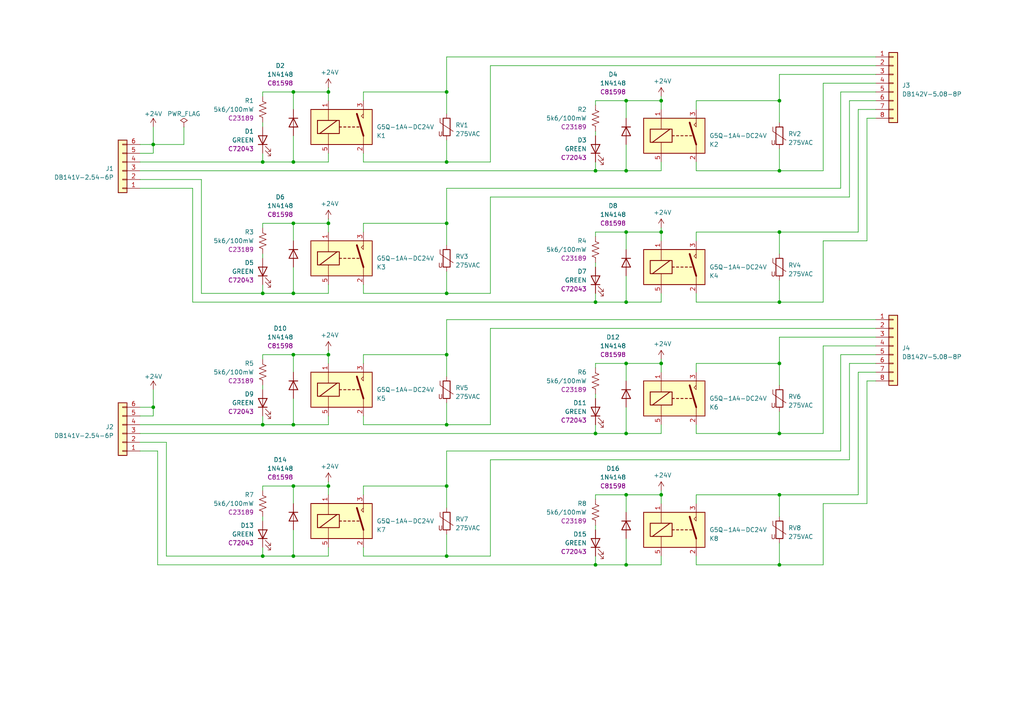
<source format=kicad_sch>
(kicad_sch (version 20231120) (generator "eeschema") (generator_version "8.0")
  (paper "A4")
  (title_block (title "8x 24V 8A Relay Module") (date "2023-05-20") (rev "V1"))
  (lib_symbols
    (symbol "Connector_Generic:Conn_01x06" (pin_names (offset 1.016) hide)
      (property "Reference" "J" (at 0 7.62 0))
      (property "Value" "Conn_01x06" (at 0 -10.16 0))
      (symbol "Conn_01x06_1_1"
        (rectangle (start -1.27 -7.493) (end 0 -7.747) (stroke (width 0.1524)))
        (rectangle (start -1.27 -4.953) (end 0 -5.207) (stroke (width 0.1524)))
        (rectangle (start -1.27 -2.413) (end 0 -2.667) (stroke (width 0.1524)))
        (rectangle (start -1.27 0.127) (end 0 -0.127) (stroke (width 0.1524)))
        (rectangle (start -1.27 2.667) (end 0 2.413) (stroke (width 0.1524)))
        (rectangle (start -1.27 5.207) (end 0 4.953) (stroke (width 0.1524)))
        (rectangle (start -1.27 6.35) (end 1.27 -8.89) (stroke (width 0.254)) (fill (type background)))
        (pin passive line (at -5.08 5.08 0) (length 3.81) (name "Pin_1") (number "1"))
        (pin passive line (at -5.08 2.54 0) (length 3.81) (name "Pin_2") (number "2"))
        (pin passive line (at -5.08 0 0) (length 3.81) (name "Pin_3") (number "3"))
        (pin passive line (at -5.08 -2.54 0) (length 3.81) (name "Pin_4") (number "4"))
        (pin passive line (at -5.08 -5.08 0) (length 3.81) (name "Pin_5") (number "5"))
        (pin passive line (at -5.08 -7.62 0) (length 3.81) (name "Pin_6") (number "6"))
      )
    )
    (symbol "Connector_Generic:Conn_01x08" (pin_names (offset 1.016) hide)
      (property "Reference" "J" (at 0 10.16 0))
      (property "Value" "Conn_01x08" (at 0 -12.7 0))
      (symbol "Conn_01x08_1_1"
        (rectangle (start -1.27 -10.033) (end 0 -10.287) (stroke (width 0.1524)))
        (rectangle (start -1.27 -7.493) (end 0 -7.747) (stroke (width 0.1524)))
        (rectangle (start -1.27 -4.953) (end 0 -5.207) (stroke (width 0.1524)))
        (rectangle (start -1.27 -2.413) (end 0 -2.667) (stroke (width 0.1524)))
        (rectangle (start -1.27 0.127) (end 0 -0.127) (stroke (width 0.1524)))
        (rectangle (start -1.27 2.667) (end 0 2.413) (stroke (width 0.1524)))
        (rectangle (start -1.27 5.207) (end 0 4.953) (stroke (width 0.1524)))
        (rectangle (start -1.27 7.747) (end 0 7.493) (stroke (width 0.1524)))
        (rectangle (start -1.27 8.89) (end 1.27 -11.43) (stroke (width 0.254)) (fill (type background)))
        (pin passive line (at -5.08 7.62 0) (length 3.81) (name "Pin_1") (number "1"))
        (pin passive line (at -5.08 5.08 0) (length 3.81) (name "Pin_2") (number "2"))
        (pin passive line (at -5.08 2.54 0) (length 3.81) (name "Pin_3") (number "3"))
        (pin passive line (at -5.08 0 0) (length 3.81) (name "Pin_4") (number "4"))
        (pin passive line (at -5.08 -2.54 0) (length 3.81) (name "Pin_5") (number "5"))
        (pin passive line (at -5.08 -5.08 0) (length 3.81) (name "Pin_6") (number "6"))
        (pin passive line (at -5.08 -7.62 0) (length 3.81) (name "Pin_7") (number "7"))
        (pin passive line (at -5.08 -10.16 0) (length 3.81) (name "Pin_8") (number "8"))
      )
    )
    (symbol "Device:D" (pin_numbers hide) (pin_names (offset 1.016) hide)
      (property "Reference" "D" (at 0 2.54 0))
      (property "Value" "D" (at 0 -2.54 0))
      (symbol "D_0_1"
        (polyline (pts (xy -1.27 1.27) (xy -1.27 -1.27)) (stroke (width 0.254)))
        (polyline (pts (xy 1.27 0) (xy -1.27 0)))
        (polyline (pts (xy 1.27 1.27) (xy 1.27 -1.27) (xy -1.27 0) (xy 1.27 1.27)) (stroke (width 0.254)))
      )
      (symbol "D_1_1"
        (pin passive line (at -3.81 0 0) (length 2.54) (name "K") (number "1"))
        (pin passive line (at 3.81 0 180) (length 2.54) (name "A") (number "2"))
      )
    )
    (symbol "Device:LED" (pin_numbers hide) (pin_names (offset 1.016) hide)
      (property "Reference" "D" (at 0 2.54 0))
      (property "Value" "LED" (at 0 -2.54 0))
      (symbol "LED_0_1"
        (polyline (pts (xy -1.27 -1.27) (xy -1.27 1.27)) (stroke (width 0.254)))
        (polyline (pts (xy -1.27 0) (xy 1.27 0)))
        (polyline (pts (xy 1.27 -1.27) (xy 1.27 1.27) (xy -1.27 0) (xy 1.27 -1.27)) (stroke (width 0.254)))
        (polyline (pts (xy -3.048 -0.762) (xy -4.572 -2.286) (xy -3.81 -2.286) (xy -4.572 -2.286) (xy -4.572 -1.524)))
        (polyline (pts (xy -1.778 -0.762) (xy -3.302 -2.286) (xy -2.54 -2.286) (xy -3.302 -2.286) (xy -3.302 -1.524)))
      )
      (symbol "LED_1_1"
        (pin passive line (at -3.81 0 0) (length 2.54) (name "K") (number "1"))
        (pin passive line (at 3.81 0 180) (length 2.54) (name "A") (number "2"))
      )
    )
    (symbol "Device:R_US" (pin_numbers hide) (pin_names (offset 0))
      (property "Reference" "R" (at 2.54 0 90))
      (property "Value" "R_US" (at -2.54 0 90))
      (symbol "R_US_0_1"
        (polyline (pts (xy 0 -2.286) (xy 0 -2.54)))
        (polyline (pts (xy 0 2.286) (xy 0 2.54)))
        (polyline (pts (xy 0 -0.762) (xy 1.016 -1.143) (xy 0 -1.524) (xy -1.016 -1.905) (xy 0 -2.286)))
        (polyline (pts (xy 0 0.762) (xy 1.016 0.381) (xy 0 0) (xy -1.016 -0.381) (xy 0 -0.762)))
        (polyline (pts (xy 0 2.286) (xy 1.016 1.905) (xy 0 1.524) (xy -1.016 1.143) (xy 0 0.762)))
      )
      (symbol "R_US_1_1"
        (pin passive line (at 0 3.81 270) (length 1.27) (name "~") (number "1"))
        (pin passive line (at 0 -3.81 90) (length 1.27) (name "~") (number "2"))
      )
    )
    (symbol "Device:Varistor" (pin_numbers hide) (pin_names (offset 0))
      (property "Reference" "RV" (at 3.175 0 90))
      (property "Value" "Varistor" (at -3.175 0 90))
      (symbol "Varistor_0_0"
        (text "U" (at -1.778 -2.032 0) (effects (font (size 1.27 1.27))))
      )
      (symbol "Varistor_0_1"
        (rectangle (start -1.016 -2.54) (end 1.016 2.54) (stroke (width 0.254)))
        (polyline (pts (xy -1.905 2.54) (xy -1.905 1.27) (xy 1.905 -1.27)))
      )
      (symbol "Varistor_1_1"
        (pin passive line (at 0 3.81 270) (length 1.27) (name "~") (number "1"))
        (pin passive line (at 0 -3.81 90) (length 1.27) (name "~") (number "2"))
      )
    )
    (symbol "Tales:G5Q-1A"
      (property "Reference" "K" (at 8.89 3.81 0))
      (property "Value" "G5Q-1A" (at 8.89 1.27 0))
      (symbol "G5Q-1A_0_0"
        (polyline (pts (xy 5.08 5.08) (xy 5.08 2.54) (xy 4.445 3.175) (xy 5.08 3.81)))
      )
      (symbol "G5Q-1A_0_1"
        (rectangle (start -10.16 5.08) (end 7.62 -5.08) (stroke (width 0.254)) (fill (type background)))
        (rectangle (start -8.255 1.905) (end -1.905 -1.905) (stroke (width 0.254)))
        (polyline (pts (xy -7.62 -1.905) (xy -2.54 1.905)) (stroke (width 0.254)))
        (polyline (pts (xy -5.08 -5.08) (xy -5.08 -1.905)))
        (polyline (pts (xy -5.08 5.08) (xy -5.08 1.905)))
        (polyline (pts (xy -1.905 0) (xy -1.27 0)) (stroke (width 0.254)))
        (polyline (pts (xy -0.635 0) (xy 0 0)) (stroke (width 0.254)))
        (polyline (pts (xy 0.635 0) (xy 1.27 0)) (stroke (width 0.254)))
        (polyline (pts (xy 1.905 0) (xy 2.54 0)) (stroke (width 0.254)))
        (polyline (pts (xy 3.175 0) (xy 3.81 0)) (stroke (width 0.254)))
        (polyline (pts (xy 5.08 -2.54) (xy 3.175 3.81)) (stroke (width 0.508)))
        (polyline (pts (xy 5.08 -2.54) (xy 5.08 -5.08)))
      )
      (symbol "G5Q-1A_1_1"
        (pin passive line (at -5.08 7.62 270) (length 2.54) (name "~") (number "1"))
        (pin passive line (at 5.08 -7.62 90) (length 2.54) (name "~") (number "2"))
        (pin passive line (at 5.08 7.62 270) (length 2.54) (name "~") (number "3"))
        (pin passive line (at -5.08 -7.62 90) (length 2.54) (name "~") (number "5"))
      )
    )
    (symbol "power:+24V" (power) (pin_numbers hide) (pin_names (offset 0) hide)
      (property "Value" "+24V" (at 0 3.556 0))
      (symbol "+24V_0_1"
        (polyline (pts (xy -0.762 1.27) (xy 0 2.54)))
        (polyline (pts (xy 0 0) (xy 0 2.54)))
        (polyline (pts (xy 0 2.54) (xy 0.762 1.27)))
      )
      (symbol "+24V_1_1"
        (pin power_in line (at 0 0 90) (length 0) (name "~") (number "1"))
      )
    )
    (symbol "power:PWR_FLAG" (power) (pin_numbers hide) (pin_names (offset 0) hide)
      (property "Value" "PWR_FLAG" (at 0 3.81 0))
      (symbol "PWR_FLAG_0_0"
        (pin power_out line (at 0 0 90) (length 0) (name "~") (number "1"))
      )
      (symbol "PWR_FLAG_0_1"
        (polyline (pts (xy 0 0) (xy 0 1.27) (xy -1.016 1.905) (xy 0 2.54) (xy 1.016 1.905) (xy 0 1.27)))
      )
    )
  )
  (junction (at 226.06 105.41))
  (junction (at 181.61 163.83))
  (junction (at 191.77 105.41))
  (junction (at 129.54 140.97))
  (junction (at 76.2 85.09))
  (junction (at 191.77 29.21))
  (junction (at 181.61 125.73))
  (junction (at 95.25 102.87))
  (junction (at 44.45 41.91))
  (junction (at 129.54 161.29))
  (junction (at 129.54 64.77))
  (junction (at 181.61 49.53))
  (junction (at 226.06 125.73))
  (junction (at 226.06 49.53))
  (junction (at 226.06 67.31))
  (junction (at 76.2 161.29))
  (junction (at 172.72 163.83))
  (junction (at 181.61 67.31))
  (junction (at 85.09 85.09))
  (junction (at 172.72 125.73))
  (junction (at 95.25 64.77))
  (junction (at 85.09 123.19))
  (junction (at 85.09 64.77))
  (junction (at 129.54 46.99))
  (junction (at 76.2 123.19))
  (junction (at 85.09 26.67))
  (junction (at 85.09 140.97))
  (junction (at 44.45 118.11))
  (junction (at 226.06 143.51))
  (junction (at 95.25 140.97))
  (junction (at 95.25 26.67))
  (junction (at 226.06 87.63))
  (junction (at 85.09 161.29))
  (junction (at 226.06 163.83))
  (junction (at 181.61 143.51))
  (junction (at 129.54 102.87))
  (junction (at 226.06 29.21))
  (junction (at 172.72 49.53))
  (junction (at 191.77 143.51))
  (junction (at 172.72 87.63))
  (junction (at 181.61 87.63))
  (junction (at 85.09 102.87))
  (junction (at 191.77 67.31))
  (junction (at 129.54 85.09))
  (junction (at 129.54 26.67))
  (junction (at 85.09 46.99))
  (junction (at 181.61 105.41))
  (junction (at 181.61 29.21))
  (junction (at 129.54 123.19))
  (junction (at 76.2 46.99))
  (wire (pts (xy 142.24 133.35) (xy 142.24 161.29)))
  (wire (pts (xy 238.76 125.73) (xy 226.06 125.73)))
  (wire (pts (xy 76.2 46.99) (xy 85.09 46.99)))
  (wire (pts (xy 45.72 130.81) (xy 40.64 130.81)))
  (wire (pts (xy 129.54 16.51) (xy 129.54 26.67)))
  (wire (pts (xy 76.2 140.97) (xy 76.2 142.24)))
  (wire (pts (xy 129.54 85.09) (xy 105.41 85.09)))
  (wire (pts (xy 142.24 161.29) (xy 129.54 161.29)))
  (wire (pts (xy 58.42 85.09) (xy 76.2 85.09)))
  (wire (pts (xy 95.25 63.5) (xy 95.25 64.77)))
  (wire (pts (xy 172.72 38.1) (xy 172.72 39.37)))
  (wire (pts (xy 129.54 109.22) (xy 129.54 102.87)))
  (wire (pts (xy 243.84 130.81) (xy 243.84 102.87)))
  (wire (pts (xy 95.25 82.55) (xy 95.25 85.09)))
  (wire (pts (xy 172.72 161.29) (xy 172.72 163.83)))
  (wire (pts (xy 76.2 82.55) (xy 76.2 85.09)))
  (wire (pts (xy 201.93 161.29) (xy 201.93 163.83)))
  (wire (pts (xy 142.24 19.05) (xy 142.24 46.99)))
  (wire (pts (xy 129.54 130.81) (xy 243.84 130.81)))
  (wire (pts (xy 226.06 125.73) (xy 201.93 125.73)))
  (wire (pts (xy 129.54 154.94) (xy 129.54 161.29)))
  (wire (pts (xy 191.77 142.24) (xy 191.77 143.51)))
  (wire (pts (xy 181.61 163.83) (xy 191.77 163.83)))
  (wire (pts (xy 181.61 80.01) (xy 181.61 87.63)))
  (wire (pts (xy 181.61 49.53) (xy 191.77 49.53)))
  (wire (pts (xy 201.93 67.31) (xy 201.93 69.85)))
  (wire (pts (xy 238.76 146.05) (xy 251.46 146.05)))
  (wire (pts (xy 181.61 118.11) (xy 181.61 125.73)))
  (wire (pts (xy 40.64 118.11) (xy 44.45 118.11)))
  (wire (pts (xy 243.84 54.61) (xy 243.84 26.67)))
  (wire (pts (xy 85.09 31.75) (xy 85.09 26.67)))
  (wire (pts (xy 226.06 163.83) (xy 201.93 163.83)))
  (wire (pts (xy 191.77 46.99) (xy 191.77 49.53)))
  (wire (pts (xy 44.45 41.91) (xy 44.45 36.83)))
  (wire (pts (xy 40.64 46.99) (xy 76.2 46.99)))
  (wire (pts (xy 172.72 67.31) (xy 172.72 68.58)))
  (wire (pts (xy 201.93 29.21) (xy 201.93 31.75)))
  (wire (pts (xy 172.72 123.19) (xy 172.72 125.73)))
  (wire (pts (xy 85.09 161.29) (xy 95.25 161.29)))
  (wire (pts (xy 226.06 111.76) (xy 226.06 105.41)))
  (wire (pts (xy 129.54 46.99) (xy 105.41 46.99)))
  (wire (pts (xy 142.24 85.09) (xy 129.54 85.09)))
  (wire (pts (xy 142.24 57.15) (xy 246.38 57.15)))
  (wire (pts (xy 191.77 27.94) (xy 191.77 29.21)))
  (wire (pts (xy 85.09 26.67) (xy 95.25 26.67)))
  (wire (pts (xy 181.61 148.59) (xy 181.61 143.51)))
  (wire (pts (xy 40.64 120.65) (xy 44.45 120.65)))
  (wire (pts (xy 248.92 67.31) (xy 248.92 31.75)))
  (wire (pts (xy 95.25 140.97) (xy 95.25 143.51)))
  (wire (pts (xy 85.09 140.97) (xy 95.25 140.97)))
  (wire (pts (xy 58.42 85.09) (xy 58.42 52.07)))
  (wire (pts (xy 76.2 64.77) (xy 76.2 66.04)))
  (wire (pts (xy 85.09 146.05) (xy 85.09 140.97)))
  (wire (pts (xy 105.41 140.97) (xy 105.41 143.51)))
  (wire (pts (xy 226.06 73.66) (xy 226.06 67.31)))
  (wire (pts (xy 201.93 143.51) (xy 201.93 146.05)))
  (wire (pts (xy 191.77 123.19) (xy 191.77 125.73)))
  (wire (pts (xy 76.2 64.77) (xy 85.09 64.77)))
  (wire (pts (xy 172.72 125.73) (xy 181.61 125.73)))
  (wire (pts (xy 191.77 67.31) (xy 191.77 69.85)))
  (wire (pts (xy 201.93 105.41) (xy 201.93 107.95)))
  (wire (pts (xy 246.38 29.21) (xy 254 29.21)))
  (wire (pts (xy 172.72 87.63) (xy 181.61 87.63)))
  (wire (pts (xy 201.93 29.21) (xy 226.06 29.21)))
  (wire (pts (xy 226.06 119.38) (xy 226.06 125.73)))
  (wire (pts (xy 251.46 110.49) (xy 254 110.49)))
  (wire (pts (xy 129.54 16.51) (xy 254 16.51)))
  (wire (pts (xy 226.06 49.53) (xy 201.93 49.53)))
  (wire (pts (xy 226.06 43.18) (xy 226.06 49.53)))
  (wire (pts (xy 105.41 158.75) (xy 105.41 161.29)))
  (wire (pts (xy 95.25 44.45) (xy 95.25 46.99)))
  (wire (pts (xy 181.61 29.21) (xy 191.77 29.21)))
  (wire (pts (xy 226.06 21.59) (xy 226.06 29.21)))
  (wire (pts (xy 142.24 95.25) (xy 254 95.25)))
  (wire (pts (xy 76.2 26.67) (xy 85.09 26.67)))
  (wire (pts (xy 172.72 29.21) (xy 172.72 30.48)))
  (wire (pts (xy 85.09 102.87) (xy 95.25 102.87)))
  (wire (pts (xy 226.06 143.51) (xy 248.92 143.51)))
  (wire (pts (xy 172.72 105.41) (xy 172.72 106.68)))
  (wire (pts (xy 181.61 34.29) (xy 181.61 29.21)))
  (wire (pts (xy 105.41 120.65) (xy 105.41 123.19)))
  (wire (pts (xy 40.64 125.73) (xy 172.72 125.73)))
  (wire (pts (xy 95.25 102.87) (xy 95.25 105.41)))
  (wire (pts (xy 55.88 87.63) (xy 172.72 87.63)))
  (wire (pts (xy 248.92 31.75) (xy 254 31.75)))
  (wire (pts (xy 172.72 29.21) (xy 181.61 29.21)))
  (wire (pts (xy 129.54 92.71) (xy 254 92.71)))
  (wire (pts (xy 85.09 123.19) (xy 95.25 123.19)))
  (wire (pts (xy 76.2 26.67) (xy 76.2 27.94)))
  (wire (pts (xy 172.72 143.51) (xy 181.61 143.51)))
  (wire (pts (xy 95.25 158.75) (xy 95.25 161.29)))
  (wire (pts (xy 181.61 72.39) (xy 181.61 67.31)))
  (wire (pts (xy 95.25 101.6) (xy 95.25 102.87)))
  (wire (pts (xy 181.61 67.31) (xy 191.77 67.31)))
  (wire (pts (xy 181.61 143.51) (xy 191.77 143.51)))
  (wire (pts (xy 76.2 123.19) (xy 85.09 123.19)))
  (wire (pts (xy 105.41 140.97) (xy 129.54 140.97)))
  (wire (pts (xy 105.41 64.77) (xy 129.54 64.77)))
  (wire (pts (xy 181.61 125.73) (xy 191.77 125.73)))
  (wire (pts (xy 129.54 116.84) (xy 129.54 123.19)))
  (wire (pts (xy 95.25 26.67) (xy 95.25 29.21)))
  (wire (pts (xy 58.42 52.07) (xy 40.64 52.07)))
  (wire (pts (xy 142.24 133.35) (xy 246.38 133.35)))
  (wire (pts (xy 226.06 97.79) (xy 226.06 105.41)))
  (wire (pts (xy 201.93 67.31) (xy 226.06 67.31)))
  (wire (pts (xy 40.64 49.53) (xy 172.72 49.53)))
  (wire (pts (xy 48.26 128.27) (xy 48.26 161.29)))
  (wire (pts (xy 243.84 26.67) (xy 254 26.67)))
  (wire (pts (xy 129.54 123.19) (xy 105.41 123.19)))
  (wire (pts (xy 226.06 157.48) (xy 226.06 163.83)))
  (wire (pts (xy 76.2 35.56) (xy 76.2 36.83)))
  (wire (pts (xy 129.54 147.32) (xy 129.54 140.97)))
  (wire (pts (xy 191.77 85.09) (xy 191.77 87.63)))
  (wire (pts (xy 251.46 146.05) (xy 251.46 110.49)))
  (wire (pts (xy 243.84 102.87) (xy 254 102.87)))
  (wire (pts (xy 142.24 19.05) (xy 254 19.05)))
  (wire (pts (xy 246.38 133.35) (xy 246.38 105.41)))
  (wire (pts (xy 181.61 110.49) (xy 181.61 105.41)))
  (wire (pts (xy 76.2 102.87) (xy 76.2 104.14)))
  (wire (pts (xy 226.06 21.59) (xy 254 21.59)))
  (wire (pts (xy 76.2 120.65) (xy 76.2 123.19)))
  (wire (pts (xy 45.72 163.83) (xy 172.72 163.83)))
  (wire (pts (xy 129.54 71.12) (xy 129.54 64.77)))
  (wire (pts (xy 238.76 146.05) (xy 238.76 163.83)))
  (wire (pts (xy 105.41 64.77) (xy 105.41 67.31)))
  (wire (pts (xy 95.25 25.4) (xy 95.25 26.67)))
  (wire (pts (xy 172.72 67.31) (xy 181.61 67.31)))
  (wire (pts (xy 105.41 44.45) (xy 105.41 46.99)))
  (wire (pts (xy 129.54 33.02) (xy 129.54 26.67)))
  (wire (pts (xy 129.54 78.74) (xy 129.54 85.09)))
  (wire (pts (xy 191.77 66.04) (xy 191.77 67.31)))
  (wire (pts (xy 238.76 163.83) (xy 226.06 163.83)))
  (wire (pts (xy 238.76 49.53) (xy 226.06 49.53)))
  (wire (pts (xy 44.45 41.91) (xy 44.45 44.45)))
  (wire (pts (xy 129.54 40.64) (xy 129.54 46.99)))
  (wire (pts (xy 201.93 85.09) (xy 201.93 87.63)))
  (wire (pts (xy 238.76 24.13) (xy 238.76 49.53)))
  (wire (pts (xy 181.61 156.21) (xy 181.61 163.83)))
  (wire (pts (xy 172.72 163.83) (xy 181.61 163.83)))
  (wire (pts (xy 53.34 36.83) (xy 53.34 41.91)))
  (wire (pts (xy 85.09 153.67) (xy 85.09 161.29)))
  (wire (pts (xy 172.72 114.3) (xy 172.72 115.57)))
  (wire (pts (xy 85.09 64.77) (xy 95.25 64.77)))
  (wire (pts (xy 85.09 77.47) (xy 85.09 85.09)))
  (wire (pts (xy 40.64 44.45) (xy 44.45 44.45)))
  (wire (pts (xy 172.72 46.99) (xy 172.72 49.53)))
  (wire (pts (xy 85.09 69.85) (xy 85.09 64.77)))
  (wire (pts (xy 85.09 107.95) (xy 85.09 102.87)))
  (wire (pts (xy 201.93 143.51) (xy 226.06 143.51)))
  (wire (pts (xy 85.09 85.09) (xy 95.25 85.09)))
  (wire (pts (xy 181.61 41.91) (xy 181.61 49.53)))
  (wire (pts (xy 172.72 143.51) (xy 172.72 144.78)))
  (wire (pts (xy 238.76 100.33) (xy 238.76 125.73)))
  (wire (pts (xy 238.76 87.63) (xy 226.06 87.63)))
  (wire (pts (xy 44.45 120.65) (xy 44.45 118.11)))
  (wire (pts (xy 226.06 35.56) (xy 226.06 29.21)))
  (wire (pts (xy 181.61 105.41) (xy 191.77 105.41)))
  (wire (pts (xy 129.54 161.29) (xy 105.41 161.29)))
  (wire (pts (xy 172.72 85.09) (xy 172.72 87.63)))
  (wire (pts (xy 48.26 161.29) (xy 76.2 161.29)))
  (wire (pts (xy 129.54 92.71) (xy 129.54 102.87)))
  (wire (pts (xy 248.92 107.95) (xy 254 107.95)))
  (wire (pts (xy 201.93 46.99) (xy 201.93 49.53)))
  (wire (pts (xy 76.2 111.76) (xy 76.2 113.03)))
  (wire (pts (xy 246.38 105.41) (xy 254 105.41)))
  (wire (pts (xy 251.46 69.85) (xy 251.46 34.29)))
  (wire (pts (xy 238.76 69.85) (xy 238.76 87.63)))
  (wire (pts (xy 238.76 24.13) (xy 254 24.13)))
  (wire (pts (xy 55.88 54.61) (xy 40.64 54.61)))
  (wire (pts (xy 105.41 26.67) (xy 105.41 29.21)))
  (wire (pts (xy 95.25 120.65) (xy 95.25 123.19)))
  (wire (pts (xy 53.34 41.91) (xy 44.45 41.91)))
  (wire (pts (xy 76.2 161.29) (xy 85.09 161.29)))
  (wire (pts (xy 85.09 115.57) (xy 85.09 123.19)))
  (wire (pts (xy 201.93 123.19) (xy 201.93 125.73)))
  (wire (pts (xy 76.2 73.66) (xy 76.2 74.93)))
  (wire (pts (xy 181.61 87.63) (xy 191.77 87.63)))
  (wire (pts (xy 76.2 158.75) (xy 76.2 161.29)))
  (wire (pts (xy 226.06 149.86) (xy 226.06 143.51)))
  (wire (pts (xy 226.06 67.31) (xy 248.92 67.31)))
  (wire (pts (xy 85.09 46.99) (xy 95.25 46.99)))
  (wire (pts (xy 40.64 123.19) (xy 76.2 123.19)))
  (wire (pts (xy 191.77 29.21) (xy 191.77 31.75)))
  (wire (pts (xy 40.64 41.91) (xy 44.45 41.91)))
  (wire (pts (xy 191.77 143.51) (xy 191.77 146.05)))
  (wire (pts (xy 76.2 85.09) (xy 85.09 85.09)))
  (wire (pts (xy 238.76 69.85) (xy 251.46 69.85)))
  (wire (pts (xy 248.92 143.51) (xy 248.92 107.95)))
  (wire (pts (xy 172.72 152.4) (xy 172.72 153.67)))
  (wire (pts (xy 76.2 102.87) (xy 85.09 102.87)))
  (wire (pts (xy 129.54 54.61) (xy 129.54 64.77)))
  (wire (pts (xy 172.72 49.53) (xy 181.61 49.53)))
  (wire (pts (xy 55.88 87.63) (xy 55.88 54.61)))
  (wire (pts (xy 226.06 87.63) (xy 201.93 87.63)))
  (wire (pts (xy 172.72 76.2) (xy 172.72 77.47)))
  (wire (pts (xy 95.25 64.77) (xy 95.25 67.31)))
  (wire (pts (xy 191.77 105.41) (xy 191.77 107.95)))
  (wire (pts (xy 246.38 57.15) (xy 246.38 29.21)))
  (wire (pts (xy 201.93 105.41) (xy 226.06 105.41)))
  (wire (pts (xy 76.2 149.86) (xy 76.2 151.13)))
  (wire (pts (xy 105.41 26.67) (xy 129.54 26.67)))
  (wire (pts (xy 251.46 34.29) (xy 254 34.29)))
  (wire (pts (xy 76.2 140.97) (xy 85.09 140.97)))
  (wire (pts (xy 105.41 102.87) (xy 105.41 105.41)))
  (wire (pts (xy 142.24 46.99) (xy 129.54 46.99)))
  (wire (pts (xy 226.06 97.79) (xy 254 97.79)))
  (wire (pts (xy 191.77 161.29) (xy 191.77 163.83)))
  (wire (pts (xy 129.54 54.61) (xy 243.84 54.61)))
  (wire (pts (xy 142.24 57.15) (xy 142.24 85.09)))
  (wire (pts (xy 172.72 105.41) (xy 181.61 105.41)))
  (wire (pts (xy 44.45 118.11) (xy 44.45 113.03)))
  (wire (pts (xy 191.77 104.14) (xy 191.77 105.41)))
  (wire (pts (xy 238.76 100.33) (xy 254 100.33)))
  (wire (pts (xy 142.24 123.19) (xy 129.54 123.19)))
  (wire (pts (xy 76.2 44.45) (xy 76.2 46.99)))
  (wire (pts (xy 85.09 39.37) (xy 85.09 46.99)))
  (wire (pts (xy 95.25 139.7) (xy 95.25 140.97)))
  (wire (pts (xy 105.41 102.87) (xy 129.54 102.87)))
  (wire (pts (xy 45.72 130.81) (xy 45.72 163.83)))
  (wire (pts (xy 129.54 130.81) (xy 129.54 140.97)))
  (wire (pts (xy 226.06 81.28) (xy 226.06 87.63)))
  (wire (pts (xy 48.26 128.27) (xy 40.64 128.27)))
  (wire (pts (xy 142.24 95.25) (xy 142.24 123.19)))
  (wire (pts (xy 105.41 82.55) (xy 105.41 85.09)))
  (symbol (lib_id "Device:LED") (at 76.2 154.94 90) (unit 1)
    (property "Reference" "D13" (at 73.66 152.4 90) (effects (justify left)))
    (property "Value" "GREEN" (at 73.66 154.94 90) (effects (justify left)))
    (property "Footprint" "Tales:LED_0603_1608Metric" (effects (hide yes)))
    (property "Mfr" "Everlight" (effects (hide yes)))
    (property "Mfr PN" "19-217/GHC-YR1S2/3T" (effects (hide yes)))
    (property "Vendor" "JLCPCB" (effects (hide yes)))
    (property "Vendor PN" "C72043" (effects (hide yes)))
    (property "LCSC Part #" "C72043" (at 73.66 157.48 90) (effects (justify left)))
    (property "JLCPCB BOM" "1" (effects (hide yes)))
    (property "Package" "0603/1608" (effects (hide yes)))
  )
  (symbol (lib_id "power:+24V") (at 95.25 25.4 0) (unit 1)
    (property "Reference" "#PWR0109" (effects (hide yes)))
    (property "Value" "+24V" (at 95.631 21.0058 0))
    (property "Description" "Power symbol creates a global label with name \"+24V\"" (effects (hide yes)))
  )
  (symbol (lib_id "Device:Varistor") (at 129.54 113.03 0) (unit 1)
    (property "Reference" "RV5" (at 132.08 112.4942 0) (effects (justify left)))
    (property "Value" "275VAC" (at 132.08 115.0342 0) (effects (justify left)))
    (property "Footprint" "Tales:RV_Disc_D9.50mm_W3.6mm_P5.08mm" (effects (hide yes)))
    (property "Mfr" "Dersonic" (effects (hide yes)))
    (property "Mfr PN" "RM07D431KC1IE100" (effects (hide yes)))
    (property "Technology" "MOV" (effects (hide yes)))
    (property "Vendor" "JLCPCB" (effects (hide yes)))
    (property "Vendor PN" "C2761646" (effects (hide yes)))
    (property "JLCPCB BOM" "1" (effects (hide yes)))
    (property "Package" "9.5x5.08mm" (effects (hide yes)))
    (property "LCSC Part #" "C2761646" (effects (hide yes)))
  )
  (symbol (lib_id "Device:LED") (at 172.72 81.28 90) (unit 1)
    (property "Reference" "D7" (at 170.18 78.74 90) (effects (justify left)))
    (property "Value" "GREEN" (at 170.18 81.28 90) (effects (justify left)))
    (property "Footprint" "Tales:LED_0603_1608Metric" (effects (hide yes)))
    (property "Mfr" "Everlight" (effects (hide yes)))
    (property "Mfr PN" "19-217/GHC-YR1S2/3T" (effects (hide yes)))
    (property "Vendor" "JLCPCB" (effects (hide yes)))
    (property "Vendor PN" "C72043" (effects (hide yes)))
    (property "LCSC Part #" "C72043" (at 170.18 83.82 90) (effects (justify left)))
    (property "JLCPCB BOM" "1" (effects (hide yes)))
    (property "Package" "0603/1608" (effects (hide yes)))
  )
  (symbol (lib_id "Tales:G5Q-1A") (at 100.33 151.13 0) (unit 1)
    (property "Reference" "K7" (at 109.22 153.67 0) (effects (justify left)))
    (property "Value" "G5Q-1A4-DC24V" (at 109.22 151.13 0) (effects (justify left)))
    (property "Footprint" "Tales:Relay_SPST_Omron-G5Q-1A" (effects (hide yes)))
    (property "Mfr" "Omron Electronics" (effects (hide yes)))
    (property "Mfr PN" "G5Q-1A4-DC24V" (effects (hide yes)))
    (property "Vendor" "JLCPCB" (effects (hide yes)))
    (property "Vendor PN" "C2931104" (effects (hide yes)))
    (property "JLCPCB BOM" "1" (effects (hide yes)))
    (property "LCSC Part #" "C2931104" (effects (hide yes)))
  )
  (symbol (lib_id "Tales:G5Q-1A") (at 100.33 74.93 0) (unit 1)
    (property "Reference" "K3" (at 109.22 77.47 0) (effects (justify left)))
    (property "Value" "G5Q-1A4-DC24V" (at 109.22 74.93 0) (effects (justify left)))
    (property "Footprint" "Tales:Relay_SPST_Omron-G5Q-1A" (effects (hide yes)))
    (property "Mfr" "Omron Electronics" (effects (hide yes)))
    (property "Mfr PN" "G5Q-1A4-DC24V" (effects (hide yes)))
    (property "Vendor" "JLCPCB" (effects (hide yes)))
    (property "Vendor PN" "C2931104" (effects (hide yes)))
    (property "JLCPCB BOM" "1" (effects (hide yes)))
    (property "LCSC Part #" "C2931104" (effects (hide yes)))
  )
  (symbol (lib_id "Device:R_US") (at 172.72 110.49 0) (unit 1)
    (property "Reference" "R6" (at 170.18 107.95 0) (effects (justify right)))
    (property "Value" "5k6/100mW" (at 170.18 110.49 0) (effects (justify right)))
    (property "Footprint" "Tales:R_0603_1608Metric" (effects (hide yes)))
    (property "Mfr" "Uniroyal" (effects (hide yes)))
    (property "Vendor" "JLCPCB" (effects (hide yes)))
    (property "Mfr PN" "0603WAF5601T5E" (effects (hide yes)))
    (property "Vendor PN" "C23189" (effects (hide yes)))
    (property "LCSC Part #" "C23189" (at 170.18 113.03 0) (effects (justify right)))
    (property "JLCPCB BOM" "1" (effects (hide yes)))
    (property "Package" "0603/1608" (effects (hide yes)))
  )
  (symbol (lib_id "Device:D") (at 85.09 35.56 270) (unit 1)
    (property "Reference" "D2" (at 81.28 19.05 90))
    (property "Value" "1N4148" (at 81.28 21.59 90))
    (property "Footprint" "Tales:D_SOD-123" (effects (hide yes)))
    (property "Vendor" "JLCPCB" (effects (hide yes)))
    (property "Mfr" "Semtech" (effects (hide yes)))
    (property "Mfr PN" "1N4148W" (effects (hide yes)))
    (property "Vendor PN" "C81598" (effects (hide yes)))
    (property "LCSC Part #" "C81598" (at 81.28 24.13 90))
    (property "JLCPCB BOM" "1" (effects (hide yes)))
    (property "Package" "SOD-123" (effects (hide yes)))
  )
  (symbol (lib_id "power:+24V") (at 191.77 142.24 0) (unit 1)
    (property "Reference" "#PWR0101" (effects (hide yes)))
    (property "Value" "+24V" (at 192.151 137.8458 0))
    (property "Description" "Power symbol creates a global label with name \"+24V\"" (effects (hide yes)))
  )
  (symbol (lib_id "Device:D") (at 181.61 114.3 270) (unit 1)
    (property "Reference" "D12" (at 177.8 97.79 90))
    (property "Value" "1N4148" (at 177.8 100.33 90))
    (property "Footprint" "Tales:D_SOD-123" (effects (hide yes)))
    (property "Vendor" "JLCPCB" (effects (hide yes)))
    (property "Mfr" "Semtech" (effects (hide yes)))
    (property "Mfr PN" "1N4148W" (effects (hide yes)))
    (property "Vendor PN" "C81598" (effects (hide yes)))
    (property "LCSC Part #" "C81598" (at 177.8 102.87 90))
    (property "JLCPCB BOM" "1" (effects (hide yes)))
    (property "Package" "SOD-123" (effects (hide yes)))
  )
  (symbol (lib_id "Device:R_US") (at 172.72 148.59 0) (unit 1)
    (property "Reference" "R8" (at 170.18 146.05 0) (effects (justify right)))
    (property "Value" "5k6/100mW" (at 170.18 148.59 0) (effects (justify right)))
    (property "Footprint" "Tales:R_0603_1608Metric" (effects (hide yes)))
    (property "Mfr" "Uniroyal" (effects (hide yes)))
    (property "Vendor" "JLCPCB" (effects (hide yes)))
    (property "Mfr PN" "0603WAF5601T5E" (effects (hide yes)))
    (property "Vendor PN" "C23189" (effects (hide yes)))
    (property "LCSC Part #" "C23189" (at 170.18 151.13 0) (effects (justify right)))
    (property "JLCPCB BOM" "1" (effects (hide yes)))
    (property "Package" "0603/1608" (effects (hide yes)))
  )
  (symbol (lib_id "power:+24V") (at 95.25 101.6 0) (unit 1)
    (property "Reference" "#PWR0105" (effects (hide yes)))
    (property "Value" "+24V" (at 95.631 97.2058 0))
    (property "Description" "Power symbol creates a global label with name \"+24V\"" (effects (hide yes)))
  )
  (symbol (lib_id "Device:LED") (at 76.2 116.84 90) (unit 1)
    (property "Reference" "D9" (at 73.66 114.3 90) (effects (justify left)))
    (property "Value" "GREEN" (at 73.66 116.84 90) (effects (justify left)))
    (property "Footprint" "Tales:LED_0603_1608Metric" (effects (hide yes)))
    (property "Mfr" "Everlight" (effects (hide yes)))
    (property "Mfr PN" "19-217/GHC-YR1S2/3T" (effects (hide yes)))
    (property "Vendor" "JLCPCB" (effects (hide yes)))
    (property "Vendor PN" "C72043" (effects (hide yes)))
    (property "LCSC Part #" "C72043" (at 73.66 119.38 90) (effects (justify left)))
    (property "JLCPCB BOM" "1" (effects (hide yes)))
    (property "Package" "0603/1608" (effects (hide yes)))
  )
  (symbol (lib_id "Device:R_US") (at 76.2 31.75 0) (unit 1)
    (property "Reference" "R1" (at 73.66 29.21 0) (effects (justify right)))
    (property "Value" "5k6/100mW" (at 73.66 31.75 0) (effects (justify right)))
    (property "Footprint" "Tales:R_0603_1608Metric" (effects (hide yes)))
    (property "Mfr" "Uniroyal" (effects (hide yes)))
    (property "Vendor" "JLCPCB" (effects (hide yes)))
    (property "Mfr PN" "0603WAF5601T5E" (effects (hide yes)))
    (property "Vendor PN" "C23189" (effects (hide yes)))
    (property "LCSC Part #" "C23189" (at 73.66 34.29 0) (effects (justify right)))
    (property "JLCPCB BOM" "1" (effects (hide yes)))
    (property "Package" "0603/1608" (effects (hide yes)))
  )
  (symbol (lib_id "power:+24V") (at 191.77 27.94 0) (unit 1)
    (property "Reference" "#PWR0103" (effects (hide yes)))
    (property "Value" "+24V" (at 192.151 23.5458 0))
    (property "Description" "Power symbol creates a global label with name \"+24V\"" (effects (hide yes)))
  )
  (symbol (lib_id "power:PWR_FLAG") (at 53.34 36.83 0) (unit 1)
    (property "Reference" "#FLG0101" (effects (hide yes)))
    (property "Value" "PWR_FLAG" (at 53.34 33.02 0))
    (property "Description" "Special symbol for telling ERC where power comes from" (effects (hide yes)))
  )
  (symbol (lib_id "Device:R_US") (at 76.2 107.95 0) (unit 1)
    (property "Reference" "R5" (at 73.66 105.41 0) (effects (justify right)))
    (property "Value" "5k6/100mW" (at 73.66 107.95 0) (effects (justify right)))
    (property "Footprint" "Tales:R_0603_1608Metric" (effects (hide yes)))
    (property "Mfr" "Uniroyal" (effects (hide yes)))
    (property "Vendor" "JLCPCB" (effects (hide yes)))
    (property "Mfr PN" "0603WAF5601T5E" (effects (hide yes)))
    (property "Vendor PN" "C23189" (effects (hide yes)))
    (property "LCSC Part #" "C23189" (at 73.66 110.49 0) (effects (justify right)))
    (property "JLCPCB BOM" "1" (effects (hide yes)))
    (property "Package" "0603/1608" (effects (hide yes)))
  )
  (symbol (lib_id "Device:LED") (at 76.2 78.74 90) (unit 1)
    (property "Reference" "D5" (at 73.66 76.2 90) (effects (justify left)))
    (property "Value" "GREEN" (at 73.66 78.74 90) (effects (justify left)))
    (property "Footprint" "Tales:LED_0603_1608Metric" (effects (hide yes)))
    (property "Mfr" "Everlight" (effects (hide yes)))
    (property "Mfr PN" "19-217/GHC-YR1S2/3T" (effects (hide yes)))
    (property "Vendor" "JLCPCB" (effects (hide yes)))
    (property "Vendor PN" "C72043" (effects (hide yes)))
    (property "LCSC Part #" "C72043" (at 73.66 81.28 90) (effects (justify left)))
    (property "JLCPCB BOM" "1" (effects (hide yes)))
    (property "Package" "0603/1608" (effects (hide yes)))
  )
  (symbol (lib_id "Device:R_US") (at 76.2 69.85 0) (unit 1)
    (property "Reference" "R3" (at 73.66 67.31 0) (effects (justify right)))
    (property "Value" "5k6/100mW" (at 73.66 69.85 0) (effects (justify right)))
    (property "Footprint" "Tales:R_0603_1608Metric" (effects (hide yes)))
    (property "Mfr" "Uniroyal" (effects (hide yes)))
    (property "Vendor" "JLCPCB" (effects (hide yes)))
    (property "Mfr PN" "0603WAF5601T5E" (effects (hide yes)))
    (property "Vendor PN" "C23189" (effects (hide yes)))
    (property "LCSC Part #" "C23189" (at 73.66 72.39 0) (effects (justify right)))
    (property "JLCPCB BOM" "1" (effects (hide yes)))
    (property "Package" "0603/1608" (effects (hide yes)))
  )
  (symbol (lib_id "Tales:G5Q-1A") (at 196.85 77.47 0) (unit 1)
    (property "Reference" "K4" (at 205.74 80.01 0) (effects (justify left)))
    (property "Value" "G5Q-1A4-DC24V" (at 205.74 77.47 0) (effects (justify left)))
    (property "Footprint" "Tales:Relay_SPST_Omron-G5Q-1A" (effects (hide yes)))
    (property "Mfr" "Omron Electronics" (effects (hide yes)))
    (property "Mfr PN" "G5Q-1A4-DC24V" (effects (hide yes)))
    (property "Vendor" "JLCPCB" (effects (hide yes)))
    (property "Vendor PN" "C2931104" (effects (hide yes)))
    (property "JLCPCB BOM" "1" (effects (hide yes)))
    (property "LCSC Part #" "C2931104" (effects (hide yes)))
  )
  (symbol (lib_id "Device:LED") (at 172.72 157.48 90) (unit 1)
    (property "Reference" "D15" (at 170.18 154.94 90) (effects (justify left)))
    (property "Value" "GREEN" (at 170.18 157.48 90) (effects (justify left)))
    (property "Footprint" "Tales:LED_0603_1608Metric" (effects (hide yes)))
    (property "Mfr" "Everlight" (effects (hide yes)))
    (property "Mfr PN" "19-217/GHC-YR1S2/3T" (effects (hide yes)))
    (property "Vendor" "JLCPCB" (effects (hide yes)))
    (property "Vendor PN" "C72043" (effects (hide yes)))
    (property "LCSC Part #" "C72043" (at 170.18 160.02 90) (effects (justify left)))
    (property "JLCPCB BOM" "1" (effects (hide yes)))
    (property "Package" "0603/1608" (effects (hide yes)))
  )
  (symbol (lib_id "Connector_Generic:Conn_01x08") (at 259.08 100.33 0) (unit 1)
    (property "Reference" "J4" (at 261.62 100.965 0) (effects (justify left)))
    (property "Value" "DB142V-5.08-8P" (at 261.62 103.505 0) (effects (justify left)))
    (property "Footprint" "Tales:TerminalBlock_Dibo_DB142V-5.08-8P_1x08_P5.08mm_Vertical" (effects (hide yes)))
    (property "Mfr" "DIBO" (effects (hide yes)))
    (property "Mfr PN" "DB142V-5.08-8P" (effects (hide yes)))
    (property "Vendor" "JLCPCB" (effects (hide yes)))
    (property "Vendor PN" "C2898705" (effects (hide yes)))
    (property "JLCPCB BOM" "1" (effects (hide yes)))
    (property "LCSC Part #" "C2898705" (effects (hide yes)))
  )
  (symbol (lib_id "Device:Varistor") (at 226.06 153.67 0) (unit 1)
    (property "Reference" "RV8" (at 228.6 153.1342 0) (effects (justify left)))
    (property "Value" "275VAC" (at 228.6 155.6742 0) (effects (justify left)))
    (property "Footprint" "Tales:RV_Disc_D9.50mm_W3.6mm_P5.08mm" (effects (hide yes)))
    (property "Mfr" "Dersonic" (effects (hide yes)))
    (property "Mfr PN" "RM07D431KC1IE100" (effects (hide yes)))
    (property "Technology" "MOV" (effects (hide yes)))
    (property "Vendor" "JLCPCB" (effects (hide yes)))
    (property "Vendor PN" "C2761646" (effects (hide yes)))
    (property "JLCPCB BOM" "1" (effects (hide yes)))
    (property "Package" "9.5x5.08mm" (effects (hide yes)))
    (property "LCSC Part #" "C2761646" (effects (hide yes)))
  )
  (symbol (lib_id "Tales:G5Q-1A") (at 100.33 113.03 0) (unit 1)
    (property "Reference" "K5" (at 109.22 115.57 0) (effects (justify left)))
    (property "Value" "G5Q-1A4-DC24V" (at 109.22 113.03 0) (effects (justify left)))
    (property "Footprint" "Tales:Relay_SPST_Omron-G5Q-1A" (effects (hide yes)))
    (property "Mfr" "Omron Electronics" (effects (hide yes)))
    (property "Mfr PN" "G5Q-1A4-DC24V" (effects (hide yes)))
    (property "Vendor" "JLCPCB" (effects (hide yes)))
    (property "Vendor PN" "C2931104" (effects (hide yes)))
    (property "JLCPCB BOM" "1" (effects (hide yes)))
    (property "LCSC Part #" "C2931104" (effects (hide yes)))
  )
  (symbol (lib_id "Tales:G5Q-1A") (at 100.33 36.83 0) (unit 1)
    (property "Reference" "K1" (at 109.22 39.37 0) (effects (justify left)))
    (property "Value" "G5Q-1A4-DC24V" (at 109.22 36.83 0) (effects (justify left)))
    (property "Footprint" "Tales:Relay_SPST_Omron-G5Q-1A" (effects (hide yes)))
    (property "Mfr" "Omron Electronics" (effects (hide yes)))
    (property "Mfr PN" "G5Q-1A4-DC24V" (effects (hide yes)))
    (property "Vendor" "JLCPCB" (effects (hide yes)))
    (property "Vendor PN" "C2931104" (effects (hide yes)))
    (property "JLCPCB BOM" "1" (effects (hide yes)))
    (property "LCSC Part #" "C2931104" (effects (hide yes)))
  )
  (symbol (lib_id "Device:D") (at 181.61 152.4 270) (unit 1)
    (property "Reference" "D16" (at 177.8 135.89 90))
    (property "Value" "1N4148" (at 177.8 138.43 90))
    (property "Footprint" "Tales:D_SOD-123" (effects (hide yes)))
    (property "Vendor" "JLCPCB" (effects (hide yes)))
    (property "Mfr" "Semtech" (effects (hide yes)))
    (property "Mfr PN" "1N4148W" (effects (hide yes)))
    (property "Vendor PN" "C81598" (effects (hide yes)))
    (property "LCSC Part #" "C81598" (at 177.8 140.97 90))
    (property "JLCPCB BOM" "1" (effects (hide yes)))
    (property "Package" "SOD-123" (effects (hide yes)))
  )
  (symbol (lib_id "power:+24V") (at 191.77 66.04 0) (unit 1)
    (property "Reference" "#PWR0102" (effects (hide yes)))
    (property "Value" "+24V" (at 192.151 61.6458 0))
    (property "Description" "Power symbol creates a global label with name \"+24V\"" (effects (hide yes)))
  )
  (symbol (lib_id "Device:Varistor") (at 226.06 77.47 0) (unit 1)
    (property "Reference" "RV4" (at 228.6 76.9342 0) (effects (justify left)))
    (property "Value" "275VAC" (at 228.6 79.4742 0) (effects (justify left)))
    (property "Footprint" "Tales:RV_Disc_D9.50mm_W3.6mm_P5.08mm" (effects (hide yes)))
    (property "Mfr" "Dersonic" (effects (hide yes)))
    (property "Mfr PN" "RM07D431KC1IE100" (effects (hide yes)))
    (property "Technology" "MOV" (effects (hide yes)))
    (property "Vendor" "JLCPCB" (effects (hide yes)))
    (property "Vendor PN" "C2761646" (effects (hide yes)))
    (property "JLCPCB BOM" "1" (effects (hide yes)))
    (property "Package" "9.5x5.08mm" (effects (hide yes)))
    (property "LCSC Part #" "C2761646" (effects (hide yes)))
  )
  (symbol (lib_id "power:+24V") (at 44.45 113.03 0) (unit 1)
    (property "Reference" "#PWR01" (effects (hide yes)))
    (property "Value" "+24V" (at 44.45 109.22 0))
    (property "Description" "Power symbol creates a global label with name \"+24V\"" (effects (hide yes)))
  )
  (symbol (lib_id "Device:R_US") (at 172.72 72.39 0) (unit 1)
    (property "Reference" "R4" (at 170.18 69.85 0) (effects (justify right)))
    (property "Value" "5k6/100mW" (at 170.18 72.39 0) (effects (justify right)))
    (property "Footprint" "Tales:R_0603_1608Metric" (effects (hide yes)))
    (property "Mfr" "Uniroyal" (effects (hide yes)))
    (property "Vendor" "JLCPCB" (effects (hide yes)))
    (property "Mfr PN" "0603WAF5601T5E" (effects (hide yes)))
    (property "Vendor PN" "C23189" (effects (hide yes)))
    (property "LCSC Part #" "C23189" (at 170.18 74.93 0) (effects (justify right)))
    (property "JLCPCB BOM" "1" (effects (hide yes)))
    (property "Package" "0603/1608" (effects (hide yes)))
  )
  (symbol (lib_id "Device:LED") (at 76.2 40.64 90) (unit 1)
    (property "Reference" "D1" (at 73.66 38.1 90) (effects (justify left)))
    (property "Value" "GREEN" (at 73.66 40.64 90) (effects (justify left)))
    (property "Footprint" "Tales:LED_0603_1608Metric" (effects (hide yes)))
    (property "Mfr" "Everlight" (effects (hide yes)))
    (property "Mfr PN" "19-217/GHC-YR1S2/3T" (effects (hide yes)))
    (property "Vendor" "JLCPCB" (effects (hide yes)))
    (property "Vendor PN" "C72043" (effects (hide yes)))
    (property "LCSC Part #" "C72043" (at 73.66 43.18 90) (effects (justify left)))
    (property "JLCPCB BOM" "1" (effects (hide yes)))
    (property "Package" "0603/1608" (effects (hide yes)))
  )
  (symbol (lib_id "Device:Varistor") (at 226.06 39.37 0) (unit 1)
    (property "Reference" "RV2" (at 228.6 38.8342 0) (effects (justify left)))
    (property "Value" "275VAC" (at 228.6 41.3742 0) (effects (justify left)))
    (property "Footprint" "Tales:RV_Disc_D9.50mm_W3.6mm_P5.08mm" (effects (hide yes)))
    (property "Mfr" "Dersonic" (effects (hide yes)))
    (property "Mfr PN" "RM07D431KC1IE100" (effects (hide yes)))
    (property "Technology" "MOV" (effects (hide yes)))
    (property "Vendor" "JLCPCB" (effects (hide yes)))
    (property "Vendor PN" "C2761646" (effects (hide yes)))
    (property "JLCPCB BOM" "1" (effects (hide yes)))
    (property "Package" "9.5x5.08mm" (effects (hide yes)))
    (property "LCSC Part #" "C2761646" (effects (hide yes)))
  )
  (symbol (lib_id "Connector_Generic:Conn_01x08") (at 259.08 24.13 0) (unit 1)
    (property "Reference" "J3" (at 261.62 24.765 0) (effects (justify left)))
    (property "Value" "DB142V-5.08-8P" (at 261.62 27.305 0) (effects (justify left)))
    (property "Footprint" "Tales:TerminalBlock_Dibo_DB142V-5.08-8P_1x08_P5.08mm_Vertical" (effects (hide yes)))
    (property "Mfr" "DIBO" (effects (hide yes)))
    (property "Mfr PN" "DB142V-5.08-8P" (effects (hide yes)))
    (property "Vendor" "JLCPCB" (effects (hide yes)))
    (property "Vendor PN" "C2898705" (effects (hide yes)))
    (property "JLCPCB BOM" "1" (effects (hide yes)))
    (property "LCSC Part #" "C2898705" (effects (hide yes)))
  )
  (symbol (lib_id "Device:R_US") (at 76.2 146.05 0) (unit 1)
    (property "Reference" "R7" (at 73.66 143.51 0) (effects (justify right)))
    (property "Value" "5k6/100mW" (at 73.66 146.05 0) (effects (justify right)))
    (property "Footprint" "Tales:R_0603_1608Metric" (effects (hide yes)))
    (property "Mfr" "Uniroyal" (effects (hide yes)))
    (property "Vendor" "JLCPCB" (effects (hide yes)))
    (property "Mfr PN" "0603WAF5601T5E" (effects (hide yes)))
    (property "Vendor PN" "C23189" (effects (hide yes)))
    (property "LCSC Part #" "C23189" (at 73.66 148.59 0) (effects (justify right)))
    (property "JLCPCB BOM" "1" (effects (hide yes)))
    (property "Package" "0603/1608" (effects (hide yes)))
  )
  (symbol (lib_id "Device:R_US") (at 172.72 34.29 0) (unit 1)
    (property "Reference" "R2" (at 170.18 31.75 0) (effects (justify right)))
    (property "Value" "5k6/100mW" (at 170.18 34.29 0) (effects (justify right)))
    (property "Footprint" "Tales:R_0603_1608Metric" (effects (hide yes)))
    (property "Mfr" "Uniroyal" (effects (hide yes)))
    (property "Vendor" "JLCPCB" (effects (hide yes)))
    (property "Mfr PN" "0603WAF5601T5E" (effects (hide yes)))
    (property "Vendor PN" "C23189" (effects (hide yes)))
    (property "LCSC Part #" "C23189" (at 170.18 36.83 0) (effects (justify right)))
    (property "JLCPCB BOM" "1" (effects (hide yes)))
    (property "Package" "0603/1608" (effects (hide yes)))
  )
  (symbol (lib_id "power:+24V") (at 95.25 63.5 0) (unit 1)
    (property "Reference" "#PWR0106" (effects (hide yes)))
    (property "Value" "+24V" (at 95.631 59.1058 0))
    (property "Description" "Power symbol creates a global label with name \"+24V\"" (effects (hide yes)))
  )
  (symbol (lib_id "Connector_Generic:Conn_01x06") (at 35.56 49.53 180) (unit 1)
    (property "Reference" "J1" (at 33.02 48.895 0) (effects (justify left)))
    (property "Value" "DB141V-2.54-6P" (at 33.02 51.435 0) (effects (justify left)))
    (property "Footprint" "Tales:TerminalBlock_Dibo_DB141V-2.54-6P_1x06_P2.54mm_Vertical" (effects (hide yes)))
    (property "JLCPCB BOM" "1" (effects (hide yes)))
    (property "LCSC Part #" "C2898747" (effects (hide yes)))
    (property "Mfr" "DIBO" (effects (hide yes)))
    (property "Mfr PN" "DB141V-2.54-6P" (effects (hide yes)))
    (property "Vendor" "JLCPCB" (effects (hide yes)))
    (property "Vendor PN" "C2898747" (effects (hide yes)))
  )
  (symbol (lib_id "power:+24V") (at 191.77 104.14 0) (unit 1)
    (property "Reference" "#PWR0104" (effects (hide yes)))
    (property "Value" "+24V" (at 192.151 99.7458 0))
    (property "Description" "Power symbol creates a global label with name \"+24V\"" (effects (hide yes)))
  )
  (symbol (lib_id "Device:LED") (at 172.72 119.38 90) (unit 1)
    (property "Reference" "D11" (at 170.18 116.84 90) (effects (justify left)))
    (property "Value" "GREEN" (at 170.18 119.38 90) (effects (justify left)))
    (property "Footprint" "Tales:LED_0603_1608Metric" (effects (hide yes)))
    (property "Mfr" "Everlight" (effects (hide yes)))
    (property "Mfr PN" "19-217/GHC-YR1S2/3T" (effects (hide yes)))
    (property "Vendor" "JLCPCB" (effects (hide yes)))
    (property "Vendor PN" "C72043" (effects (hide yes)))
    (property "LCSC Part #" "C72043" (at 170.18 121.92 90) (effects (justify left)))
    (property "JLCPCB BOM" "1" (effects (hide yes)))
    (property "Package" "0603/1608" (effects (hide yes)))
  )
  (symbol (lib_id "Device:Varistor") (at 129.54 151.13 0) (unit 1)
    (property "Reference" "RV7" (at 132.08 150.5942 0) (effects (justify left)))
    (property "Value" "275VAC" (at 132.08 153.1342 0) (effects (justify left)))
    (property "Footprint" "Tales:RV_Disc_D9.50mm_W3.6mm_P5.08mm" (effects (hide yes)))
    (property "Mfr" "Dersonic" (effects (hide yes)))
    (property "Mfr PN" "RM07D431KC1IE100" (effects (hide yes)))
    (property "Technology" "MOV" (effects (hide yes)))
    (property "Vendor" "JLCPCB" (effects (hide yes)))
    (property "Vendor PN" "C2761646" (effects (hide yes)))
    (property "JLCPCB BOM" "1" (effects (hide yes)))
    (property "Package" "9.5x5.08mm" (effects (hide yes)))
    (property "LCSC Part #" "C2761646" (effects (hide yes)))
  )
  (symbol (lib_id "Device:D") (at 85.09 149.86 270) (unit 1)
    (property "Reference" "D14" (at 81.28 133.35 90))
    (property "Value" "1N4148" (at 81.28 135.89 90))
    (property "Footprint" "Tales:D_SOD-123" (effects (hide yes)))
    (property "Vendor" "JLCPCB" (effects (hide yes)))
    (property "Mfr" "Semtech" (effects (hide yes)))
    (property "Mfr PN" "1N4148W" (effects (hide yes)))
    (property "Vendor PN" "C81598" (effects (hide yes)))
    (property "LCSC Part #" "C81598" (at 81.28 138.43 90))
    (property "JLCPCB BOM" "1" (effects (hide yes)))
    (property "Package" "SOD-123" (effects (hide yes)))
  )
  (symbol (lib_id "Device:D") (at 181.61 76.2 270) (unit 1)
    (property "Reference" "D8" (at 177.8 59.69 90))
    (property "Value" "1N4148" (at 177.8 62.23 90))
    (property "Footprint" "Tales:D_SOD-123" (effects (hide yes)))
    (property "Vendor" "JLCPCB" (effects (hide yes)))
    (property "Mfr" "Semtech" (effects (hide yes)))
    (property "Mfr PN" "1N4148W" (effects (hide yes)))
    (property "Vendor PN" "C81598" (effects (hide yes)))
    (property "LCSC Part #" "C81598" (at 177.8 64.77 90))
    (property "JLCPCB BOM" "1" (effects (hide yes)))
    (property "Package" "SOD-123" (effects (hide yes)))
  )
  (symbol (lib_id "Tales:G5Q-1A") (at 196.85 153.67 0) (unit 1)
    (property "Reference" "K8" (at 205.74 156.21 0) (effects (justify left)))
    (property "Value" "G5Q-1A4-DC24V" (at 205.74 153.67 0) (effects (justify left)))
    (property "Footprint" "Tales:Relay_SPST_Omron-G5Q-1A" (effects (hide yes)))
    (property "Mfr" "Omron Electronics" (effects (hide yes)))
    (property "Mfr PN" "G5Q-1A4-DC24V" (effects (hide yes)))
    (property "Vendor" "JLCPCB" (effects (hide yes)))
    (property "Vendor PN" "C2931104" (effects (hide yes)))
    (property "JLCPCB BOM" "1" (effects (hide yes)))
    (property "LCSC Part #" "C2931104" (effects (hide yes)))
  )
  (symbol (lib_id "power:+24V") (at 44.45 36.83 0) (unit 1)
    (property "Reference" "#PWR0108" (effects (hide yes)))
    (property "Value" "+24V" (at 44.45 33.02 0))
    (property "Description" "Power symbol creates a global label with name \"+24V\"" (effects (hide yes)))
  )
  (symbol (lib_id "Device:Varistor") (at 226.06 115.57 0) (unit 1)
    (property "Reference" "RV6" (at 228.6 115.0342 0) (effects (justify left)))
    (property "Value" "275VAC" (at 228.6 117.5742 0) (effects (justify left)))
    (property "Footprint" "Tales:RV_Disc_D9.50mm_W3.6mm_P5.08mm" (effects (hide yes)))
    (property "Mfr" "Dersonic" (effects (hide yes)))
    (property "Mfr PN" "RM07D431KC1IE100" (effects (hide yes)))
    (property "Technology" "MOV" (effects (hide yes)))
    (property "Vendor" "JLCPCB" (effects (hide yes)))
    (property "Vendor PN" "C2761646" (effects (hide yes)))
    (property "JLCPCB BOM" "1" (effects (hide yes)))
    (property "Package" "9.5x5.08mm" (effects (hide yes)))
    (property "LCSC Part #" "C2761646" (effects (hide yes)))
  )
  (symbol (lib_id "Connector_Generic:Conn_01x06") (at 35.56 125.73 180) (unit 1)
    (property "Reference" "J2" (at 33.02 123.825 0) (effects (justify left)))
    (property "Value" "DB141V-2.54-6P" (at 33.02 126.365 0) (effects (justify left)))
    (property "Footprint" "Tales:TerminalBlock_Dibo_DB141V-2.54-6P_1x06_P2.54mm_Vertical" (effects (hide yes)))
    (property "JLCPCB BOM" "1" (effects (hide yes)))
    (property "LCSC Part #" "C2898747" (effects (hide yes)))
    (property "Mfr" "DIBO" (effects (hide yes)))
    (property "Mfr PN" "DB141V-2.54-6P" (effects (hide yes)))
    (property "Vendor" "JLCPCB" (effects (hide yes)))
    (property "Vendor PN" "C2898747" (effects (hide yes)))
  )
  (symbol (lib_id "power:+24V") (at 95.25 139.7 0) (unit 1)
    (property "Reference" "#PWR0107" (effects (hide yes)))
    (property "Value" "+24V" (at 95.631 135.3058 0))
    (property "Description" "Power symbol creates a global label with name \"+24V\"" (effects (hide yes)))
  )
  (symbol (lib_id "Device:D") (at 85.09 73.66 270) (unit 1)
    (property "Reference" "D6" (at 81.28 57.15 90))
    (property "Value" "1N4148" (at 81.28 59.69 90))
    (property "Footprint" "Tales:D_SOD-123" (effects (hide yes)))
    (property "Vendor" "JLCPCB" (effects (hide yes)))
    (property "Mfr" "Semtech" (effects (hide yes)))
    (property "Mfr PN" "1N4148W" (effects (hide yes)))
    (property "Vendor PN" "C81598" (effects (hide yes)))
    (property "LCSC Part #" "C81598" (at 81.28 62.23 90))
    (property "JLCPCB BOM" "1" (effects (hide yes)))
    (property "Package" "SOD-123" (effects (hide yes)))
  )
  (symbol (lib_id "Device:LED") (at 172.72 43.18 90) (unit 1)
    (property "Reference" "D3" (at 170.18 40.64 90) (effects (justify left)))
    (property "Value" "GREEN" (at 170.18 43.18 90) (effects (justify left)))
    (property "Footprint" "Tales:LED_0603_1608Metric" (effects (hide yes)))
    (property "Mfr" "Everlight" (effects (hide yes)))
    (property "Mfr PN" "19-217/GHC-YR1S2/3T" (effects (hide yes)))
    (property "Vendor" "JLCPCB" (effects (hide yes)))
    (property "Vendor PN" "C72043" (effects (hide yes)))
    (property "LCSC Part #" "C72043" (at 170.18 45.72 90) (effects (justify left)))
    (property "JLCPCB BOM" "1" (effects (hide yes)))
    (property "Package" "0603/1608" (effects (hide yes)))
  )
  (symbol (lib_id "Device:D") (at 181.61 38.1 270) (unit 1)
    (property "Reference" "D4" (at 177.8 21.59 90))
    (property "Value" "1N4148" (at 177.8 24.13 90))
    (property "Footprint" "Tales:D_SOD-123" (effects (hide yes)))
    (property "Vendor" "JLCPCB" (effects (hide yes)))
    (property "Mfr" "Semtech" (effects (hide yes)))
    (property "Mfr PN" "1N4148W" (effects (hide yes)))
    (property "Vendor PN" "C81598" (effects (hide yes)))
    (property "LCSC Part #" "C81598" (at 177.8 26.67 90))
    (property "JLCPCB BOM" "1" (effects (hide yes)))
    (property "Package" "SOD-123" (effects (hide yes)))
  )
  (symbol (lib_id "Tales:G5Q-1A") (at 196.85 115.57 0) (unit 1)
    (property "Reference" "K6" (at 205.74 118.11 0) (effects (justify left)))
    (property "Value" "G5Q-1A4-DC24V" (at 205.74 115.57 0) (effects (justify left)))
    (property "Footprint" "Tales:Relay_SPST_Omron-G5Q-1A" (effects (hide yes)))
    (property "Mfr" "Omron Electronics" (effects (hide yes)))
    (property "Mfr PN" "G5Q-1A4-DC24V" (effects (hide yes)))
    (property "Vendor" "JLCPCB" (effects (hide yes)))
    (property "Vendor PN" "C2931104" (effects (hide yes)))
    (property "JLCPCB BOM" "1" (effects (hide yes)))
    (property "LCSC Part #" "C2931104" (effects (hide yes)))
  )
  (symbol (lib_id "Device:Varistor") (at 129.54 36.83 0) (unit 1)
    (property "Reference" "RV1" (at 132.08 36.2942 0) (effects (justify left)))
    (property "Value" "275VAC" (at 132.08 38.8342 0) (effects (justify left)))
    (property "Footprint" "Tales:RV_Disc_D9.50mm_W3.6mm_P5.08mm" (effects (hide yes)))
    (property "Mfr" "Dersonic" (effects (hide yes)))
    (property "Mfr PN" "RM07D431KC1IE100" (effects (hide yes)))
    (property "Technology" "MOV" (effects (hide yes)))
    (property "Vendor" "JLCPCB" (effects (hide yes)))
    (property "Vendor PN" "C2761646" (effects (hide yes)))
    (property "JLCPCB BOM" "1" (effects (hide yes)))
    (property "Package" "9.5x5.08mm" (effects (hide yes)))
    (property "LCSC Part #" "C2761646" (effects (hide yes)))
  )
  (symbol (lib_id "Device:Varistor") (at 129.54 74.93 0) (unit 1)
    (property "Reference" "RV3" (at 132.08 74.3942 0) (effects (justify left)))
    (property "Value" "275VAC" (at 132.08 76.9342 0) (effects (justify left)))
    (property "Footprint" "Tales:RV_Disc_D9.50mm_W3.6mm_P5.08mm" (effects (hide yes)))
    (property "Mfr" "Dersonic" (effects (hide yes)))
    (property "Mfr PN" "RM07D431KC1IE100" (effects (hide yes)))
    (property "Technology" "MOV" (effects (hide yes)))
    (property "Vendor" "JLCPCB" (effects (hide yes)))
    (property "Vendor PN" "C2761646" (effects (hide yes)))
    (property "JLCPCB BOM" "1" (effects (hide yes)))
    (property "Package" "9.5x5.08mm" (effects (hide yes)))
    (property "LCSC Part #" "C2761646" (effects (hide yes)))
  )
  (symbol (lib_id "Tales:G5Q-1A") (at 196.85 39.37 0) (unit 1)
    (property "Reference" "K2" (at 205.74 41.91 0) (effects (justify left)))
    (property "Value" "G5Q-1A4-DC24V" (at 205.74 39.37 0) (effects (justify left)))
    (property "Footprint" "Tales:Relay_SPST_Omron-G5Q-1A" (effects (hide yes)))
    (property "Mfr" "Omron Electronics" (effects (hide yes)))
    (property "Mfr PN" "G5Q-1A4-DC24V" (effects (hide yes)))
    (property "Vendor" "JLCPCB" (effects (hide yes)))
    (property "Vendor PN" "C2931104" (effects (hide yes)))
    (property "JLCPCB BOM" "1" (effects (hide yes)))
    (property "LCSC Part #" "C2931104" (effects (hide yes)))
  )
  (symbol (lib_id "Device:D") (at 85.09 111.76 270) (unit 1)
    (property "Reference" "D10" (at 81.28 95.25 90))
    (property "Value" "1N4148" (at 81.28 97.79 90))
    (property "Footprint" "Tales:D_SOD-123" (effects (hide yes)))
    (property "Vendor" "JLCPCB" (effects (hide yes)))
    (property "Mfr" "Semtech" (effects (hide yes)))
    (property "Mfr PN" "1N4148W" (effects (hide yes)))
    (property "Vendor PN" "C81598" (effects (hide yes)))
    (property "LCSC Part #" "C81598" (at 81.28 100.33 90))
    (property "JLCPCB BOM" "1" (effects (hide yes)))
    (property "Package" "SOD-123" (effects (hide yes)))
  )
)
</source>
